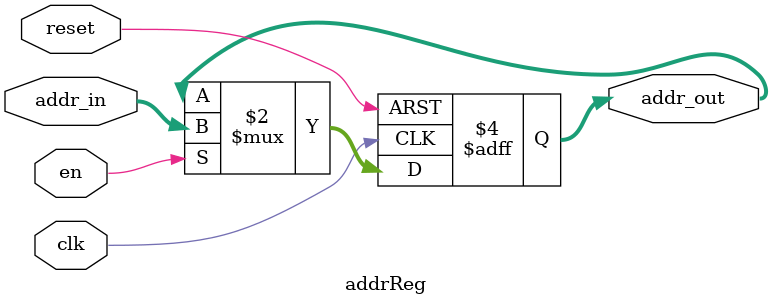
<source format=v>
module addrReg(input[4:0] addr_in, input clk, reset, en, output reg [4:0] addr_out);

always@(posedge clk, posedge reset)
begin
	if(reset)
		addr_out <= 5'd0;
	else if(en)
		addr_out <= addr_in;
end
endmodule
</source>
